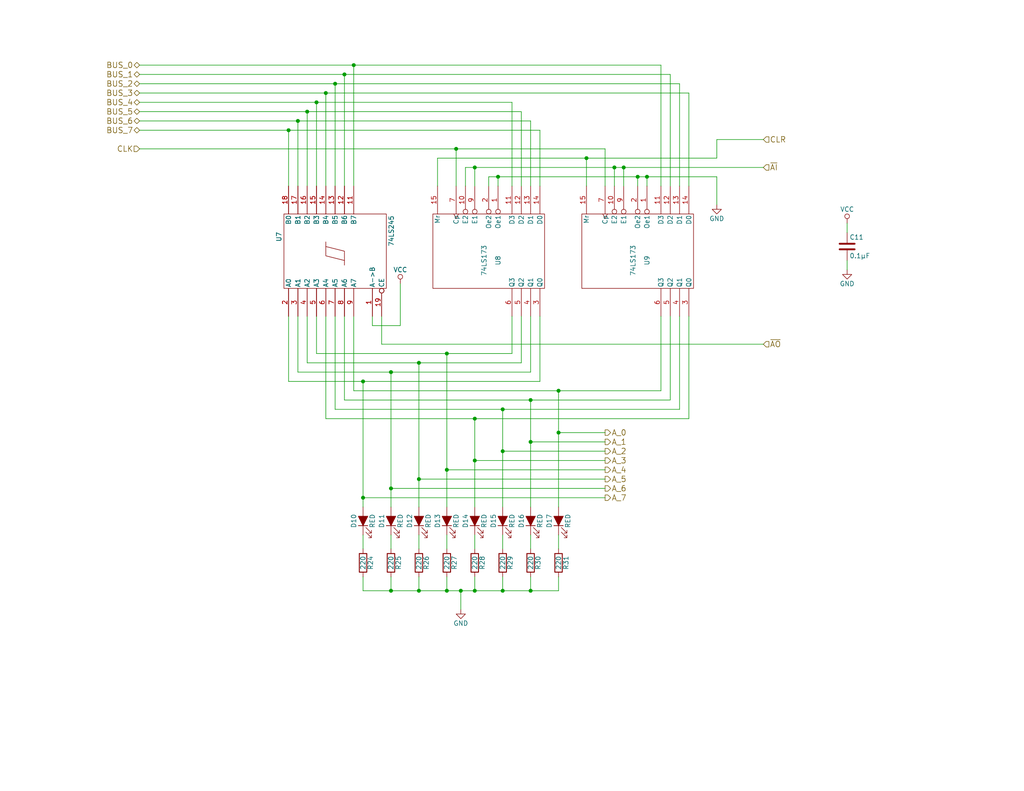
<source format=kicad_sch>
(kicad_sch (version 20231120) (generator "eeschema") (generator_version "8.0")
  (paper "USLetter")
  (lib_symbols
    (symbol "8bit-computer-rescue:74LS173-8bit-computer-rescue" (pin_names (offset 0.254))
      (property "Reference" "U" (at 2.54 2.54 0))
      (property "Value" "8bit-computer-rescue:74LS173" (at 2.54 -1.27 0))
      (symbol "74LS173-8bit-computer-rescue_0_0"
        (pin power_in line (at -7.62 15.24 90) (length 0) hide (name "VCC") (number "16"))
        (pin power_in line (at -7.62 -15.24 90) (length 0) hide (name "GND") (number "8"))
      )
      (symbol "74LS173-8bit-computer-rescue_0_1"
        (rectangle (start -10.16 15.24) (end 10.16 -15.24))
      )
      (symbol "74LS173-8bit-computer-rescue_1_1"
        (pin input inverted (at -17.78 2.54 0) (length 7.62) (name "Oe1") (number "1"))
        (pin input inverted (at -17.78 -6.35 0) (length 7.62) (name "E2") (number "10"))
        (pin input line (at -17.78 6.35 0) (length 7.62) (name "D3") (number "11"))
        (pin input line (at -17.78 8.89 0) (length 7.62) (name "D2") (number "12"))
        (pin input line (at -17.78 11.43 0) (length 7.62) (name "D1") (number "13"))
        (pin input line (at -17.78 13.97 0) (length 7.62) (name "D0") (number "14"))
        (pin input line (at -17.78 -13.97 0) (length 7.62) (name "Mr") (number "15"))
        (pin input inverted (at -17.78 0 0) (length 7.62) (name "Oe2") (number "2"))
        (pin tri_state line (at 17.78 13.97 180) (length 7.62) (name "Q0") (number "3"))
        (pin tri_state line (at 17.78 11.43 180) (length 7.62) (name "Q1") (number "4"))
        (pin tri_state line (at 17.78 8.89 180) (length 7.62) (name "Q2") (number "5"))
        (pin tri_state line (at 17.78 6.35 180) (length 7.62) (name "Q3") (number "6"))
        (pin input clock (at -17.78 -8.89 0) (length 7.62) (name "Cp") (number "7"))
        (pin input inverted (at -17.78 -3.81 0) (length 7.62) (name "E1") (number "9"))
      )
    )
    (symbol "8bit-computer-rescue:74LS245-8bit-computer-rescue" (pin_names (offset 0.254))
      (property "Reference" "U" (at 2.54 14.605 0))
      (property "Value" "8bit-computer-rescue:74LS245" (at 1.27 -14.605 0))
      (symbol "74LS245-8bit-computer-rescue_0_0"
        (pin power_in line (at 0 -13.97 90) (length 0) hide (name "GND") (number "10"))
        (pin power_in line (at 0 13.97 270) (length 0) hide (name "VCC") (number "20"))
      )
      (symbol "74LS245-8bit-computer-rescue_0_1"
        (rectangle (start -10.16 13.97) (end 10.16 -13.97))
        (polyline (pts (xy 1.27 2.54) (xy 0 -2.54) (xy -2.54 -2.54)))
        (polyline (pts (xy 2.54 2.54) (xy -1.27 2.54) (xy -2.54 -2.54) (xy -3.81 -2.54)))
      )
      (symbol "74LS245-8bit-computer-rescue_1_1"
        (pin input line (at -17.78 -10.16 0) (length 7.62) (name "A->B") (number "1"))
        (pin tri_state line (at 17.78 -5.08 180) (length 7.62) (name "B7") (number "11"))
        (pin tri_state line (at 17.78 -2.54 180) (length 7.62) (name "B6") (number "12"))
        (pin tri_state line (at 17.78 0 180) (length 7.62) (name "B5") (number "13"))
        (pin tri_state line (at 17.78 2.54 180) (length 7.62) (name "B4") (number "14"))
        (pin tri_state line (at 17.78 5.08 180) (length 7.62) (name "B3") (number "15"))
        (pin tri_state line (at 17.78 7.62 180) (length 7.62) (name "B2") (number "16"))
        (pin tri_state line (at 17.78 10.16 180) (length 7.62) (name "B1") (number "17"))
        (pin tri_state line (at 17.78 12.7 180) (length 7.62) (name "B0") (number "18"))
        (pin input inverted (at -17.78 -12.7 0) (length 7.62) (name "CE") (number "19"))
        (pin tri_state line (at -17.78 12.7 0) (length 7.62) (name "A0") (number "2"))
        (pin tri_state line (at -17.78 10.16 0) (length 7.62) (name "A1") (number "3"))
        (pin tri_state line (at -17.78 7.62 0) (length 7.62) (name "A2") (number "4"))
        (pin tri_state line (at -17.78 5.08 0) (length 7.62) (name "A3") (number "5"))
        (pin tri_state line (at -17.78 2.54 0) (length 7.62) (name "A4") (number "6"))
        (pin tri_state line (at -17.78 0 0) (length 7.62) (name "A5") (number "7"))
        (pin tri_state line (at -17.78 -2.54 0) (length 7.62) (name "A6") (number "8"))
        (pin tri_state line (at -17.78 -5.08 0) (length 7.62) (name "A7") (number "9"))
      )
    )
    (symbol "8bit-computer-rescue:GND-power" (power) (pin_names (offset 0))
      (property "Value" "power:GND" (at 0 -3.81 0))
      (symbol "GND-power_0_1"
        (polyline (pts (xy 0 0) (xy 0 -1.27) (xy 1.27 -1.27) (xy 0 -2.54) (xy -1.27 -1.27) (xy 0 -1.27)))
      )
      (symbol "GND-power_1_1"
        (pin power_in line (at 0 0 270) (length 0) hide (name "GND") (number "1"))
      )
    )
    (symbol "8bit-computer-rescue:LED_ALT-Device" (pin_numbers hide) (pin_names (offset 1.016) hide)
      (property "Reference" "D" (at 0 2.54 0))
      (property "Value" "Device:LED_ALT" (at 0 -2.54 0))
      (symbol "LED_ALT-Device_0_1"
        (polyline (pts (xy -1.27 -1.27) (xy -1.27 1.27)) (stroke (width 0.2032)))
        (polyline (pts (xy -1.27 0) (xy 1.27 0)))
        (polyline (pts (xy 1.27 -1.27) (xy 1.27 1.27) (xy -1.27 0) (xy 1.27 -1.27)) (stroke (width 0.2032)) (fill (type outline)))
        (polyline (pts (xy -3.048 -0.762) (xy -4.572 -2.286) (xy -3.81 -2.286) (xy -4.572 -2.286) (xy -4.572 -1.524)))
        (polyline (pts (xy -1.778 -0.762) (xy -3.302 -2.286) (xy -2.54 -2.286) (xy -3.302 -2.286) (xy -3.302 -1.524)))
      )
      (symbol "LED_ALT-Device_1_1"
        (pin passive line (at -3.81 0 0) (length 2.54) (name "K") (number "1"))
        (pin passive line (at 3.81 0 180) (length 2.54) (name "A") (number "2"))
      )
    )
    (symbol "8bit-computer-rescue:VCC-power" (power) (pin_names (offset 0))
      (property "Value" "power:VCC" (at 0 3.81 0))
      (symbol "VCC-power_0_1"
        (polyline (pts (xy 0 0) (xy 0 1.27)))
        (circle (center 0 1.905) (radius 0.635))
      )
      (symbol "VCC-power_1_1"
        (pin power_in line (at 0 0 90) (length 0) hide (name "VCC") (number "1"))
      )
    )
    (symbol "Device:C" (pin_numbers hide) (pin_names (offset 0.254))
      (property "Reference" "C" (at 0.635 2.54 0))
      (property "Value" "C" (at 0.635 -2.54 0))
      (symbol "C_0_1"
        (polyline (pts (xy -2.032 -0.762) (xy 2.032 -0.762)) (stroke (width 0.508)))
        (polyline (pts (xy -2.032 0.762) (xy 2.032 0.762)) (stroke (width 0.508)))
      )
      (symbol "C_1_1"
        (pin passive line (at 0 3.81 270) (length 2.794) (name "~") (number "1"))
        (pin passive line (at 0 -3.81 90) (length 2.794) (name "~") (number "2"))
      )
    )
    (symbol "Device:R" (pin_numbers hide) (pin_names (offset 0))
      (property "Reference" "R" (at 2.032 0 90))
      (property "Value" "R" (at 0 0 90))
      (symbol "R_0_1"
        (rectangle (start -1.016 -2.54) (end 1.016 2.54) (stroke (width 0.254)))
      )
      (symbol "R_1_1"
        (pin passive line (at 0 3.81 270) (length 1.27) (name "~") (number "1"))
        (pin passive line (at 0 -3.81 90) (length 1.27) (name "~") (number "2"))
      )
    )
  )
  (junction (at 137.16 123.19))
  (junction (at 129.54 45.72))
  (junction (at 86.36 27.94))
  (junction (at 106.68 101.6))
  (junction (at 144.78 109.22))
  (junction (at 114.3 161.29))
  (junction (at 125.73 161.29))
  (junction (at 129.54 161.29))
  (junction (at 176.53 48.26))
  (junction (at 106.68 133.35))
  (junction (at 88.9 25.4))
  (junction (at 114.3 99.06))
  (junction (at 106.68 161.29))
  (junction (at 121.92 161.29))
  (junction (at 167.64 45.72))
  (junction (at 78.74 35.56))
  (junction (at 129.54 125.73))
  (junction (at 99.06 104.14))
  (junction (at 121.92 128.27))
  (junction (at 152.4 106.68))
  (junction (at 93.98 20.32))
  (junction (at 173.99 48.26))
  (junction (at 124.46 40.64))
  (junction (at 137.16 111.76))
  (junction (at 81.28 33.02))
  (junction (at 152.4 118.11))
  (junction (at 99.06 135.89))
  (junction (at 135.89 48.26))
  (junction (at 137.16 161.29))
  (junction (at 96.52 17.78))
  (junction (at 129.54 114.3))
  (junction (at 114.3 130.81))
  (junction (at 83.82 30.48))
  (junction (at 170.18 45.72))
  (junction (at 160.02 43.18))
  (junction (at 121.92 96.52))
  (junction (at 144.78 161.29))
  (junction (at 91.44 22.86))
  (junction (at 144.78 120.65))
  (wire (pts (xy 144.78 33.02) (xy 144.78 50.8)))
  (wire (pts (xy 165.1 118.11) (xy 152.4 118.11)))
  (wire (pts (xy 139.7 27.94) (xy 139.7 50.8)))
  (wire (pts (xy 129.54 45.72) (xy 167.64 45.72)))
  (wire (pts (xy 142.24 30.48) (xy 142.24 50.8)))
  (wire (pts (xy 129.54 157.48) (xy 129.54 161.29)))
  (wire (pts (xy 165.1 135.89) (xy 99.06 135.89)))
  (wire (pts (xy 114.3 99.06) (xy 114.3 130.81)))
  (wire (pts (xy 137.16 123.19) (xy 137.16 138.43)))
  (wire (pts (xy 78.74 104.14) (xy 99.06 104.14)))
  (wire (pts (xy 114.3 161.29) (xy 121.92 161.29)))
  (wire (pts (xy 160.02 43.18) (xy 195.58 43.18)))
  (wire (pts (xy 173.99 48.26) (xy 176.53 48.26)))
  (wire (pts (xy 135.89 48.26) (xy 135.89 50.8)))
  (wire (pts (xy 106.68 133.35) (xy 106.68 138.43)))
  (wire (pts (xy 121.92 128.27) (xy 165.1 128.27)))
  (wire (pts (xy 187.96 114.3) (xy 187.96 86.36)))
  (wire (pts (xy 144.78 157.48) (xy 144.78 161.29)))
  (wire (pts (xy 38.1 40.64) (xy 124.46 40.64)))
  (wire (pts (xy 99.06 146.05) (xy 99.06 149.86)))
  (wire (pts (xy 144.78 120.65) (xy 144.78 138.43)))
  (wire (pts (xy 124.46 40.64) (xy 124.46 50.8)))
  (wire (pts (xy 129.54 125.73) (xy 129.54 138.43)))
  (wire (pts (xy 119.38 43.18) (xy 160.02 43.18)))
  (wire (pts (xy 38.1 30.48) (xy 83.82 30.48)))
  (wire (pts (xy 125.73 166.37) (xy 125.73 161.29)))
  (wire (pts (xy 165.1 123.19) (xy 137.16 123.19)))
  (wire (pts (xy 81.28 33.02) (xy 81.28 50.8)))
  (wire (pts (xy 38.1 27.94) (xy 86.36 27.94)))
  (wire (pts (xy 121.92 146.05) (xy 121.92 149.86)))
  (wire (pts (xy 88.9 25.4) (xy 187.96 25.4)))
  (wire (pts (xy 167.64 45.72) (xy 170.18 45.72)))
  (wire (pts (xy 83.82 86.36) (xy 83.82 99.06)))
  (wire (pts (xy 38.1 25.4) (xy 88.9 25.4)))
  (wire (pts (xy 96.52 106.68) (xy 152.4 106.68)))
  (wire (pts (xy 114.3 146.05) (xy 114.3 149.86)))
  (wire (pts (xy 114.3 130.81) (xy 114.3 138.43)))
  (wire (pts (xy 137.16 161.29) (xy 144.78 161.29)))
  (wire (pts (xy 81.28 33.02) (xy 144.78 33.02)))
  (wire (pts (xy 144.78 161.29) (xy 152.4 161.29)))
  (wire (pts (xy 176.53 48.26) (xy 176.53 50.8)))
  (wire (pts (xy 160.02 43.18) (xy 160.02 50.8)))
  (wire (pts (xy 137.16 146.05) (xy 137.16 149.86)))
  (wire (pts (xy 167.64 45.72) (xy 167.64 50.8)))
  (wire (pts (xy 109.22 88.9) (xy 109.22 77.47)))
  (wire (pts (xy 78.74 35.56) (xy 78.74 50.8)))
  (wire (pts (xy 38.1 20.32) (xy 93.98 20.32)))
  (wire (pts (xy 144.78 101.6) (xy 144.78 86.36)))
  (wire (pts (xy 180.34 17.78) (xy 180.34 50.8)))
  (wire (pts (xy 182.88 109.22) (xy 182.88 86.36)))
  (wire (pts (xy 142.24 99.06) (xy 142.24 86.36)))
  (wire (pts (xy 91.44 111.76) (xy 137.16 111.76)))
  (wire (pts (xy 96.52 17.78) (xy 180.34 17.78)))
  (wire (pts (xy 147.32 35.56) (xy 147.32 50.8)))
  (wire (pts (xy 152.4 146.05) (xy 152.4 149.86)))
  (wire (pts (xy 121.92 96.52) (xy 121.92 128.27)))
  (wire (pts (xy 114.3 99.06) (xy 142.24 99.06)))
  (wire (pts (xy 104.14 86.36) (xy 104.14 93.98)))
  (wire (pts (xy 38.1 17.78) (xy 96.52 17.78)))
  (wire (pts (xy 129.54 125.73) (xy 165.1 125.73)))
  (wire (pts (xy 91.44 22.86) (xy 91.44 50.8)))
  (wire (pts (xy 182.88 20.32) (xy 182.88 50.8)))
  (wire (pts (xy 104.14 93.98) (xy 208.28 93.98)))
  (wire (pts (xy 121.92 96.52) (xy 139.7 96.52)))
  (wire (pts (xy 83.82 30.48) (xy 142.24 30.48)))
  (wire (pts (xy 78.74 35.56) (xy 147.32 35.56)))
  (wire (pts (xy 173.99 48.26) (xy 173.99 50.8)))
  (wire (pts (xy 93.98 109.22) (xy 144.78 109.22)))
  (wire (pts (xy 99.06 104.14) (xy 99.06 135.89)))
  (wire (pts (xy 96.52 86.36) (xy 96.52 106.68)))
  (wire (pts (xy 170.18 45.72) (xy 208.28 45.72)))
  (wire (pts (xy 101.6 88.9) (xy 109.22 88.9)))
  (wire (pts (xy 152.4 106.68) (xy 180.34 106.68)))
  (wire (pts (xy 165.1 133.35) (xy 106.68 133.35)))
  (wire (pts (xy 187.96 25.4) (xy 187.96 50.8)))
  (wire (pts (xy 119.38 50.8) (xy 119.38 43.18)))
  (wire (pts (xy 93.98 20.32) (xy 93.98 50.8)))
  (wire (pts (xy 88.9 114.3) (xy 129.54 114.3)))
  (wire (pts (xy 185.42 22.86) (xy 185.42 50.8)))
  (wire (pts (xy 195.58 48.26) (xy 195.58 55.88)))
  (wire (pts (xy 83.82 30.48) (xy 83.82 50.8)))
  (wire (pts (xy 106.68 101.6) (xy 144.78 101.6)))
  (wire (pts (xy 195.58 38.1) (xy 208.28 38.1)))
  (wire (pts (xy 91.44 86.36) (xy 91.44 111.76)))
  (wire (pts (xy 86.36 86.36) (xy 86.36 96.52)))
  (wire (pts (xy 106.68 161.29) (xy 114.3 161.29)))
  (wire (pts (xy 147.32 104.14) (xy 147.32 86.36)))
  (wire (pts (xy 129.54 45.72) (xy 129.54 50.8)))
  (wire (pts (xy 38.1 22.86) (xy 91.44 22.86)))
  (wire (pts (xy 133.35 50.8) (xy 133.35 48.26)))
  (wire (pts (xy 129.54 114.3) (xy 187.96 114.3)))
  (wire (pts (xy 93.98 86.36) (xy 93.98 109.22)))
  (wire (pts (xy 137.16 111.76) (xy 185.42 111.76)))
  (wire (pts (xy 106.68 146.05) (xy 106.68 149.86)))
  (wire (pts (xy 83.82 99.06) (xy 114.3 99.06)))
  (wire (pts (xy 195.58 43.18) (xy 195.58 38.1)))
  (wire (pts (xy 125.73 161.29) (xy 129.54 161.29)))
  (wire (pts (xy 144.78 146.05) (xy 144.78 149.86)))
  (wire (pts (xy 81.28 86.36) (xy 81.28 101.6)))
  (wire (pts (xy 144.78 109.22) (xy 182.88 109.22)))
  (wire (pts (xy 139.7 96.52) (xy 139.7 86.36)))
  (wire (pts (xy 91.44 22.86) (xy 185.42 22.86)))
  (wire (pts (xy 124.46 40.64) (xy 165.1 40.64)))
  (wire (pts (xy 38.1 35.56) (xy 78.74 35.56)))
  (wire (pts (xy 121.92 157.48) (xy 121.92 161.29)))
  (wire (pts (xy 106.68 157.48) (xy 106.68 161.29)))
  (wire (pts (xy 231.14 71.12) (xy 231.14 73.66)))
  (wire (pts (xy 165.1 40.64) (xy 165.1 50.8)))
  (wire (pts (xy 88.9 86.36) (xy 88.9 114.3)))
  (wire (pts (xy 152.4 106.68) (xy 152.4 118.11)))
  (wire (pts (xy 86.36 96.52) (xy 121.92 96.52)))
  (wire (pts (xy 129.54 114.3) (xy 129.54 125.73)))
  (wire (pts (xy 165.1 120.65) (xy 144.78 120.65)))
  (wire (pts (xy 137.16 157.48) (xy 137.16 161.29)))
  (wire (pts (xy 86.36 27.94) (xy 139.7 27.94)))
  (wire (pts (xy 96.52 17.78) (xy 96.52 50.8)))
  (wire (pts (xy 144.78 109.22) (xy 144.78 120.65)))
  (wire (pts (xy 127 45.72) (xy 129.54 45.72)))
  (wire (pts (xy 99.06 161.29) (xy 106.68 161.29)))
  (wire (pts (xy 180.34 106.68) (xy 180.34 86.36)))
  (wire (pts (xy 137.16 111.76) (xy 137.16 123.19)))
  (wire (pts (xy 78.74 86.36) (xy 78.74 104.14)))
  (wire (pts (xy 185.42 111.76) (xy 185.42 86.36)))
  (wire (pts (xy 93.98 20.32) (xy 182.88 20.32)))
  (wire (pts (xy 88.9 25.4) (xy 88.9 50.8)))
  (wire (pts (xy 121.92 161.29) (xy 125.73 161.29)))
  (wire (pts (xy 99.06 157.48) (xy 99.06 161.29)))
  (wire (pts (xy 99.06 135.89) (xy 99.06 138.43)))
  (wire (pts (xy 129.54 146.05) (xy 129.54 149.86)))
  (wire (pts (xy 99.06 104.14) (xy 147.32 104.14)))
  (wire (pts (xy 38.1 33.02) (xy 81.28 33.02)))
  (wire (pts (xy 114.3 130.81) (xy 165.1 130.81)))
  (wire (pts (xy 152.4 161.29) (xy 152.4 157.48)))
  (wire (pts (xy 152.4 118.11) (xy 152.4 138.43)))
  (wire (pts (xy 127 50.8) (xy 127 45.72)))
  (wire (pts (xy 114.3 157.48) (xy 114.3 161.29)))
  (wire (pts (xy 231.14 60.96) (xy 231.14 63.5)))
  (wire (pts (xy 101.6 86.36) (xy 101.6 88.9)))
  (wire (pts (xy 133.35 48.26) (xy 135.89 48.26)))
  (wire (pts (xy 176.53 48.26) (xy 195.58 48.26)))
  (wire (pts (xy 129.54 161.29) (xy 137.16 161.29)))
  (wire (pts (xy 170.18 45.72) (xy 170.18 50.8)))
  (wire (pts (xy 86.36 50.8) (xy 86.36 27.94)))
  (wire (pts (xy 135.89 48.26) (xy 173.99 48.26)))
  (wire (pts (xy 121.92 128.27) (xy 121.92 138.43)))
  (wire (pts (xy 106.68 101.6) (xy 106.68 133.35)))
  (wire (pts (xy 81.28 101.6) (xy 106.68 101.6)))
  (hierarchical_label "~{AI}" (shape input) (at 208.28 45.72 0) (effects (font (size 1.524 1.524))))
  (hierarchical_label "BUS_7" (shape bidirectional) (at 38.1 35.56 180) (effects (font (size 1.524 1.524))))
  (hierarchical_label "BUS_2" (shape bidirectional) (at 38.1 22.86 180) (effects (font (size 1.524 1.524))))
  (hierarchical_label "A_1" (shape output) (at 165.1 120.65 0) (effects (font (size 1.524 1.524))))
  (hierarchical_label "CLK" (shape input) (at 38.1 40.64 180) (effects (font (size 1.524 1.524))))
  (hierarchical_label "BUS_5" (shape bidirectional) (at 38.1 30.48 180) (effects (font (size 1.524 1.524))))
  (hierarchical_label "A_4" (shape output) (at 165.1 128.27 0) (effects (font (size 1.524 1.524))))
  (hierarchical_label "A_0" (shape output) (at 165.1 118.11 0) (effects (font (size 1.524 1.524))))
  (hierarchical_label "~{AO}" (shape input) (at 208.28 93.98 0) (effects (font (size 1.524 1.524))))
  (hierarchical_label "CLR" (shape input) (at 208.28 38.1 0) (effects (font (size 1.524 1.524))))
  (hierarchical_label "A_6" (shape output) (at 165.1 133.35 0) (effects (font (size 1.524 1.524))))
  (hierarchical_label "BUS_1" (shape bidirectional) (at 38.1 20.32 180) (effects (font (size 1.524 1.524))))
  (hierarchical_label "A_3" (shape output) (at 165.1 125.73 0) (effects (font (size 1.524 1.524))))
  (hierarchical_label "A_2" (shape output) (at 165.1 123.19 0) (effects (font (size 1.524 1.524))))
  (hierarchical_label "BUS_4" (shape bidirectional) (at 38.1 27.94 180) (effects (font (size 1.524 1.524))))
  (hierarchical_label "A_7" (shape output) (at 165.1 135.89 0) (effects (font (size 1.524 1.524))))
  (hierarchical_label "A_5" (shape output) (at 165.1 130.81 0) (effects (font (size 1.524 1.524))))
  (hierarchical_label "BUS_6" (shape bidirectional) (at 38.1 33.02 180) (effects (font (size 1.524 1.524))))
  (hierarchical_label "BUS_0" (shape bidirectional) (at 38.1 17.78 180) (effects (font (size 1.524 1.524))))
  (hierarchical_label "BUS_3" (shape bidirectional) (at 38.1 25.4 180) (effects (font (size 1.524 1.524))))
  (symbol (lib_id "8bit-computer-rescue:74LS173-8bit-computer-rescue") (at 133.35 68.58 270) (unit 1)
    (property "Reference" "U8" (at 135.89 71.12 0))
    (property "Value" "74LS173" (at 132.08 71.12 0))
    (property "Footprint" "Package_DIP:DIP-16_W7.62mm" (effects (hide yes)))
  )
  (symbol (lib_id "8bit-computer-rescue:LED_ALT-Device") (at 114.3 142.24 90) (unit 1)
    (property "Reference" "D12" (at 111.76 142.24 0))
    (property "Value" "RED" (at 116.84 142.24 0))
    (property "Footprint" "LED_THT:LED_D5.0mm" (effects (hide yes)))
  )
  (symbol (lib_id "8bit-computer-rescue:LED_ALT-Device") (at 144.78 142.24 90) (unit 1)
    (property "Reference" "D16" (at 142.24 142.24 0))
    (property "Value" "RED" (at 147.32 142.24 0))
    (property "Footprint" "LED_THT:LED_D5.0mm" (effects (hide yes)))
  )
  (symbol (lib_id "8bit-computer-rescue:LED_ALT-Device") (at 152.4 142.24 90) (unit 1)
    (property "Reference" "D17" (at 149.86 142.24 0))
    (property "Value" "RED" (at 154.94 142.24 0))
    (property "Footprint" "LED_THT:LED_D5.0mm" (effects (hide yes)))
  )
  (symbol (lib_id "Device:R") (at 114.3 153.67 0) (unit 1)
    (property "Reference" "R26" (at 116.332 153.67 90))
    (property "Value" "220" (at 114.3 153.67 90))
    (property "Footprint" "Resistor_THT:R_Axial_DIN0207_L6.3mm_D2.5mm_P7.62mm_Horizontal" (effects (hide yes)))
  )
  (symbol (lib_id "Device:R") (at 121.92 153.67 0) (unit 1)
    (property "Reference" "R27" (at 123.952 153.67 90))
    (property "Value" "220" (at 121.92 153.67 90))
    (property "Footprint" "Resistor_THT:R_Axial_DIN0207_L6.3mm_D2.5mm_P7.62mm_Horizontal" (effects (hide yes)))
  )
  (symbol (lib_id "Device:R") (at 137.16 153.67 0) (unit 1)
    (property "Reference" "R29" (at 139.192 153.67 90))
    (property "Value" "220" (at 137.16 153.67 90))
    (property "Footprint" "Resistor_THT:R_Axial_DIN0207_L6.3mm_D2.5mm_P7.62mm_Horizontal" (effects (hide yes)))
  )
  (symbol (lib_id "Device:R") (at 152.4 153.67 0) (unit 1)
    (property "Reference" "R31" (at 154.432 153.67 90))
    (property "Value" "220" (at 152.4 153.67 90))
    (property "Footprint" "Resistor_THT:R_Axial_DIN0207_L6.3mm_D2.5mm_P7.62mm_Horizontal" (effects (hide yes)))
  )
  (symbol (lib_id "8bit-computer-rescue:VCC-power") (at 109.22 77.47 0) (unit 1)
    (property "Reference" "#PWR015" (effects (hide yes)))
    (property "Value" "VCC" (at 109.22 73.66 0))
  )
  (symbol (lib_id "8bit-computer-rescue:74LS173-8bit-computer-rescue") (at 173.99 68.58 270) (unit 1)
    (property "Reference" "U9" (at 176.53 71.12 0))
    (property "Value" "74LS173" (at 172.72 71.12 0))
    (property "Footprint" "Package_DIP:DIP-16_W7.62mm" (effects (hide yes)))
  )
  (symbol (lib_id "8bit-computer-rescue:74LS245-8bit-computer-rescue") (at 91.44 68.58 90) (unit 1)
    (property "Reference" "U7" (at 76.835 66.04 0) (effects (justify left bottom)))
    (property "Value" "74LS245" (at 106.045 67.31 0) (effects (justify left top)))
    (property "Footprint" "Package_DIP:DIP-20_W7.62mm" (effects (hide yes)))
  )
  (symbol (lib_id "8bit-computer-rescue:LED_ALT-Device") (at 99.06 142.24 90) (unit 1)
    (property "Reference" "D10" (at 96.52 142.24 0))
    (property "Value" "RED" (at 101.6 142.24 0))
    (property "Footprint" "LED_THT:LED_D5.0mm" (effects (hide yes)))
  )
  (symbol (lib_id "8bit-computer-rescue:LED_ALT-Device") (at 106.68 142.24 90) (unit 1)
    (property "Reference" "D11" (at 104.14 142.24 0))
    (property "Value" "RED" (at 109.22 142.24 0))
    (property "Footprint" "LED_THT:LED_D5.0mm" (effects (hide yes)))
  )
  (symbol (lib_id "8bit-computer-rescue:LED_ALT-Device") (at 121.92 142.24 90) (unit 1)
    (property "Reference" "D13" (at 119.38 142.24 0))
    (property "Value" "RED" (at 124.46 142.24 0))
    (property "Footprint" "LED_THT:LED_D5.0mm" (effects (hide yes)))
  )
  (symbol (lib_id "8bit-computer-rescue:LED_ALT-Device") (at 129.54 142.24 90) (unit 1)
    (property "Reference" "D14" (at 127 142.24 0))
    (property "Value" "RED" (at 132.08 142.24 0))
    (property "Footprint" "LED_THT:LED_D5.0mm" (effects (hide yes)))
  )
  (symbol (lib_id "8bit-computer-rescue:LED_ALT-Device") (at 137.16 142.24 90) (unit 1)
    (property "Reference" "D15" (at 134.62 142.24 0))
    (property "Value" "RED" (at 139.7 142.24 0))
    (property "Footprint" "LED_THT:LED_D5.0mm" (effects (hide yes)))
  )
  (symbol (lib_id "Device:R") (at 99.06 153.67 0) (unit 1)
    (property "Reference" "R24" (at 101.092 153.67 90))
    (property "Value" "220" (at 99.06 153.67 90))
    (property "Footprint" "Resistor_THT:R_Axial_DIN0207_L6.3mm_D2.5mm_P7.62mm_Horizontal" (effects (hide yes)))
  )
  (symbol (lib_id "Device:R") (at 106.68 153.67 0) (unit 1)
    (property "Reference" "R25" (at 108.712 153.67 90))
    (property "Value" "220" (at 106.68 153.67 90))
    (property "Footprint" "Resistor_THT:R_Axial_DIN0207_L6.3mm_D2.5mm_P7.62mm_Horizontal" (effects (hide yes)))
  )
  (symbol (lib_id "Device:R") (at 129.54 153.67 0) (unit 1)
    (property "Reference" "R28" (at 131.572 153.67 90))
    (property "Value" "220" (at 129.54 153.67 90))
    (property "Footprint" "Resistor_THT:R_Axial_DIN0207_L6.3mm_D2.5mm_P7.62mm_Horizontal" (effects (hide yes)))
  )
  (symbol (lib_id "Device:R") (at 144.78 153.67 0) (unit 1)
    (property "Reference" "R30" (at 146.812 153.67 90))
    (property "Value" "220" (at 144.78 153.67 90))
    (property "Footprint" "Resistor_THT:R_Axial_DIN0207_L6.3mm_D2.5mm_P7.62mm_Horizontal" (effects (hide yes)))
  )
  (symbol (lib_id "8bit-computer-rescue:GND-power") (at 125.73 166.37 0) (unit 1)
    (property "Reference" "#PWR014" (effects (hide yes)))
    (property "Value" "GND" (at 125.73 170.18 0))
  )
  (symbol (lib_id "8bit-computer-rescue:GND-power") (at 195.58 55.88 0) (unit 1)
    (property "Reference" "#PWR016" (effects (hide yes)))
    (property "Value" "GND" (at 195.58 59.69 0))
  )
  (symbol (lib_id "Device:C") (at 231.14 67.31 0) (unit 1)
    (property "Reference" "C11" (at 231.775 64.77 0) (effects (justify left)))
    (property "Value" "0.1µF" (at 231.775 69.85 0) (effects (justify left)))
    (property "Footprint" "Capacitor_THT:C_Disc_D4.3mm_W1.9mm_P5.00mm" (effects (hide yes)))
  )
  (symbol (lib_id "8bit-computer-rescue:GND-power") (at 231.14 73.66 0) (unit 1)
    (property "Reference" "#PWR017" (effects (hide yes)))
    (property "Value" "GND" (at 231.14 77.47 0))
  )
  (symbol (lib_id "8bit-computer-rescue:VCC-power") (at 231.14 60.96 0) (unit 1)
    (property "Reference" "#PWR018" (effects (hide yes)))
    (property "Value" "VCC" (at 231.14 57.15 0))
  )
)
</source>
